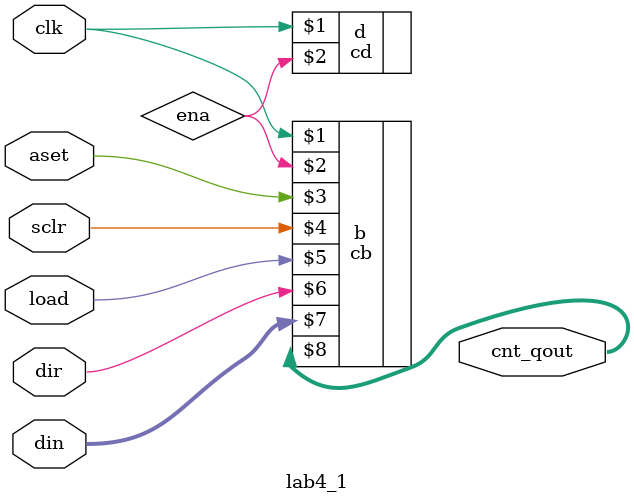
<source format=v>
module lab4_1(clk, aset, sclr, load, dir, din, cnt_qout);
parameter MOD = 3;
input clk, aset, sclr, load, dir;
input [3:0] din;
output [3:0] cnt_qout;
wire ena;

cd #(MOD) d(clk, ena);
cb b(clk, ena, aset, sclr, load, dir, din, cnt_qout);

endmodule

</source>
